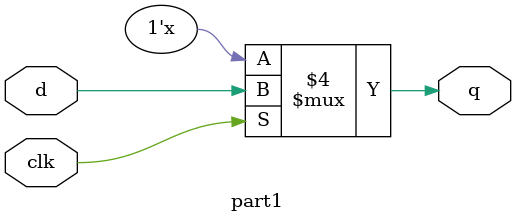
<source format=v>
module part1(d,q,clk);

	input d, clk;
	output reg q;
	
	always@(*)
		if(clk == 1)
			q = d;

endmodule 


// parallel 3 bits shift register
//module part1(w, clk, q, d, reset, load); 
//
//	input w,clk, reset, load;
//	input [2:0] d;
//	output reg [2:0] q;
//	
//	always@(posedge clk)
//		begin
//			if(!reset)
//				q <= 0;
//			else if(load == 0)
//				q <= d;
//			else
//				begin
//					q[2] <= w;
//					q[1] <= q[2];
//					q[0] <= q[1];
//				end
//		end
//endmodule 
</source>
